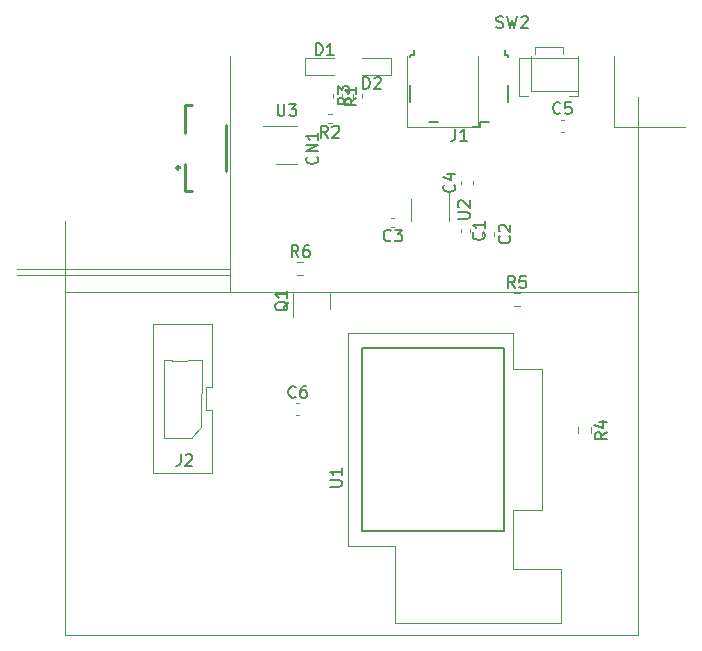
<source format=gbr>
G04 #@! TF.GenerationSoftware,KiCad,Pcbnew,(5.1.8-0-10_14)*
G04 #@! TF.CreationDate,2021-02-03T00:58:45+08:00*
G04 #@! TF.ProjectId,mops-out,6d6f7073-2d6f-4757-942e-6b696361645f,rev?*
G04 #@! TF.SameCoordinates,Original*
G04 #@! TF.FileFunction,Legend,Top*
G04 #@! TF.FilePolarity,Positive*
%FSLAX46Y46*%
G04 Gerber Fmt 4.6, Leading zero omitted, Abs format (unit mm)*
G04 Created by KiCad (PCBNEW (5.1.8-0-10_14)) date 2021-02-03 00:58:45*
%MOMM*%
%LPD*%
G01*
G04 APERTURE LIST*
%ADD10C,0.120000*%
%ADD11C,0.050000*%
%ADD12C,0.150000*%
%ADD13C,0.254000*%
%ADD14C,0.100076*%
%ADD15C,0.150114*%
%ADD16C,0.100000*%
G04 APERTURE END LIST*
D10*
X104000000Y-96000000D02*
X104000000Y-61000000D01*
X104000000Y-96000000D02*
X152500000Y-96000000D01*
X152500000Y-96000000D02*
X152500000Y-50500000D01*
X104000000Y-67000000D02*
X152500000Y-67000000D01*
X118000000Y-67000000D02*
X118000000Y-47000000D01*
X100000000Y-65000000D02*
X118000000Y-65000000D01*
X100000000Y-65500000D02*
X118000000Y-65500000D01*
D11*
X133000000Y-47000000D02*
X133000000Y-53000000D01*
X133000000Y-53000000D02*
X139000000Y-53000000D01*
X139000000Y-53000000D02*
X139000000Y-47000000D01*
X147500000Y-47000000D02*
X147500000Y-50000000D01*
X147500000Y-50000000D02*
X143500000Y-50000000D01*
X143500000Y-50000000D02*
X143500000Y-47000000D01*
X150500000Y-47000000D02*
X150500000Y-53000000D01*
X156500000Y-53000000D02*
X150500000Y-53000000D01*
D12*
X135600000Y-52600000D02*
X134875000Y-52600000D01*
X139200000Y-52600000D02*
X139925000Y-52600000D01*
X139200000Y-53025000D02*
X139200000Y-52600000D01*
X138475000Y-53025000D02*
X139200000Y-53025000D01*
X133250000Y-49450000D02*
X133250000Y-50850000D01*
X133250000Y-46900000D02*
X133250000Y-47050000D01*
X133550000Y-46900000D02*
X133250000Y-46900000D01*
X133550000Y-46450000D02*
X133550000Y-46900000D01*
X141250000Y-46900000D02*
X141250000Y-46450000D01*
X141550000Y-46900000D02*
X141250000Y-46900000D01*
X141550000Y-47050000D02*
X141550000Y-46900000D01*
X141550000Y-50850000D02*
X141550000Y-49450000D01*
D10*
X123705276Y-64477500D02*
X124214724Y-64477500D01*
X123705276Y-65522500D02*
X124214724Y-65522500D01*
X142025276Y-67097500D02*
X142534724Y-67097500D01*
X142025276Y-68142500D02*
X142534724Y-68142500D01*
X148522500Y-78425276D02*
X148522500Y-78934724D01*
X147477500Y-78425276D02*
X147477500Y-78934724D01*
X128450000Y-50527621D02*
X128450000Y-50192379D01*
X129210000Y-50527621D02*
X129210000Y-50192379D01*
X126617621Y-52670000D02*
X126282379Y-52670000D01*
X126617621Y-51910000D02*
X126282379Y-51910000D01*
X127460000Y-50222379D02*
X127460000Y-50557621D01*
X126700000Y-50222379D02*
X126700000Y-50557621D01*
X126470000Y-66950000D02*
X125540000Y-66950000D01*
X123310000Y-66950000D02*
X124240000Y-66950000D01*
X123310000Y-66950000D02*
X123310000Y-69110000D01*
X126470000Y-66950000D02*
X126470000Y-68410000D01*
X129200000Y-48635000D02*
X131660000Y-48635000D01*
X131660000Y-48635000D02*
X131660000Y-47165000D01*
X131660000Y-47165000D02*
X129200000Y-47165000D01*
X126800000Y-47165000D02*
X124340000Y-47165000D01*
X124340000Y-47165000D02*
X124340000Y-48635000D01*
X124340000Y-48635000D02*
X126800000Y-48635000D01*
X123583733Y-76400000D02*
X123876267Y-76400000D01*
X123583733Y-77420000D02*
X123876267Y-77420000D01*
X145993733Y-52380000D02*
X146286267Y-52380000D01*
X145993733Y-53400000D02*
X146286267Y-53400000D01*
X137530000Y-57856267D02*
X137530000Y-57563733D01*
X138550000Y-57856267D02*
X138550000Y-57563733D01*
X131903335Y-61440000D02*
X131671665Y-61440000D01*
X131903335Y-60720000D02*
X131671665Y-60720000D01*
X140370000Y-61913733D02*
X140370000Y-62206267D01*
X139350000Y-61913733D02*
X139350000Y-62206267D01*
X138300000Y-61654165D02*
X138300000Y-61885835D01*
X137580000Y-61654165D02*
X137580000Y-61885835D01*
D13*
X114201645Y-56146083D02*
X114201645Y-58444809D01*
X114201645Y-58444809D02*
X114787674Y-58444809D01*
X117658610Y-56767367D02*
X117658610Y-52872684D01*
X114787674Y-51137025D02*
X114201645Y-51137025D01*
X114201645Y-51214165D02*
X114201645Y-53493993D01*
X113742667Y-56445041D02*
G75*
G03*
X113742667Y-56445041I-141478J0D01*
G01*
D10*
X133320000Y-59130000D02*
X133320000Y-60930000D01*
X136540000Y-60930000D02*
X136540000Y-58480000D01*
X121900000Y-56130000D02*
X123700000Y-56130000D01*
X123700000Y-52910000D02*
X120750000Y-52910000D01*
D14*
X141949952Y-90465106D02*
X146050020Y-90465106D01*
X146050020Y-90465106D02*
X146050020Y-94964970D01*
X146050020Y-94964970D02*
X131949972Y-94964970D01*
X131949972Y-94964970D02*
X131949972Y-88465110D01*
X131949972Y-88465110D02*
X127949980Y-88465110D01*
X127949980Y-88465110D02*
X127949980Y-70465146D01*
X127949980Y-70465146D02*
X141949952Y-70465146D01*
X141949952Y-70465146D02*
X141949952Y-73465140D01*
X141949952Y-73465140D02*
X144450074Y-73465140D01*
X144450074Y-73465140D02*
X144450074Y-85465116D01*
X144450074Y-85465116D02*
X141949952Y-85465116D01*
X141949952Y-85465116D02*
X141949952Y-90465106D01*
D15*
X129199914Y-87214922D02*
X129199914Y-71715080D01*
X129199914Y-71715080D02*
X141199890Y-71715080D01*
X141199890Y-71715080D02*
X141199890Y-87214922D01*
X141199890Y-87214922D02*
X129199914Y-87214922D01*
D10*
X115580000Y-78450000D02*
X114810000Y-79280000D01*
X115580000Y-78440000D02*
X115620000Y-72775000D01*
X113092470Y-72775000D02*
X112450000Y-72775000D01*
X115620000Y-72775000D02*
X113070000Y-72780000D01*
X112450000Y-77915000D02*
X112450000Y-72775000D01*
X112450000Y-78510000D02*
X112450000Y-77915000D01*
X112450000Y-79310000D02*
X112450000Y-78550000D01*
X114780000Y-79310000D02*
X112450000Y-79310000D01*
X116500000Y-82325000D02*
X111500000Y-82325000D01*
X111500000Y-82325000D02*
X111500000Y-69675000D01*
X111500000Y-69675000D02*
X116500000Y-69675000D01*
X116500000Y-69675000D02*
X116500000Y-75000000D01*
X116500000Y-75000000D02*
X116000000Y-75000000D01*
X116000000Y-75000000D02*
X116000000Y-77000000D01*
X116000000Y-77000000D02*
X116500000Y-77000000D01*
X116500000Y-77000000D02*
X116500000Y-82325000D01*
D16*
X146698752Y-50359712D02*
X147498598Y-50359712D01*
X147498598Y-50359712D02*
X147498598Y-47159566D01*
X147498598Y-47159566D02*
X142498608Y-47159566D01*
X142498608Y-47159566D02*
X142498608Y-50359712D01*
X142498608Y-50359712D02*
X143198632Y-50359712D01*
X146198626Y-46859592D02*
X146198626Y-46259644D01*
X146198626Y-46259644D02*
X143798834Y-46259644D01*
X143798834Y-46259644D02*
X143798834Y-46859592D01*
D12*
X137066666Y-53152380D02*
X137066666Y-53866666D01*
X137019047Y-54009523D01*
X136923809Y-54104761D01*
X136780952Y-54152380D01*
X136685714Y-54152380D01*
X138066666Y-54152380D02*
X137495238Y-54152380D01*
X137780952Y-54152380D02*
X137780952Y-53152380D01*
X137685714Y-53295238D01*
X137590476Y-53390476D01*
X137495238Y-53438095D01*
X123793333Y-64022380D02*
X123460000Y-63546190D01*
X123221904Y-64022380D02*
X123221904Y-63022380D01*
X123602857Y-63022380D01*
X123698095Y-63070000D01*
X123745714Y-63117619D01*
X123793333Y-63212857D01*
X123793333Y-63355714D01*
X123745714Y-63450952D01*
X123698095Y-63498571D01*
X123602857Y-63546190D01*
X123221904Y-63546190D01*
X124650476Y-63022380D02*
X124460000Y-63022380D01*
X124364761Y-63070000D01*
X124317142Y-63117619D01*
X124221904Y-63260476D01*
X124174285Y-63450952D01*
X124174285Y-63831904D01*
X124221904Y-63927142D01*
X124269523Y-63974761D01*
X124364761Y-64022380D01*
X124555238Y-64022380D01*
X124650476Y-63974761D01*
X124698095Y-63927142D01*
X124745714Y-63831904D01*
X124745714Y-63593809D01*
X124698095Y-63498571D01*
X124650476Y-63450952D01*
X124555238Y-63403333D01*
X124364761Y-63403333D01*
X124269523Y-63450952D01*
X124221904Y-63498571D01*
X124174285Y-63593809D01*
X142113333Y-66642380D02*
X141780000Y-66166190D01*
X141541904Y-66642380D02*
X141541904Y-65642380D01*
X141922857Y-65642380D01*
X142018095Y-65690000D01*
X142065714Y-65737619D01*
X142113333Y-65832857D01*
X142113333Y-65975714D01*
X142065714Y-66070952D01*
X142018095Y-66118571D01*
X141922857Y-66166190D01*
X141541904Y-66166190D01*
X143018095Y-65642380D02*
X142541904Y-65642380D01*
X142494285Y-66118571D01*
X142541904Y-66070952D01*
X142637142Y-66023333D01*
X142875238Y-66023333D01*
X142970476Y-66070952D01*
X143018095Y-66118571D01*
X143065714Y-66213809D01*
X143065714Y-66451904D01*
X143018095Y-66547142D01*
X142970476Y-66594761D01*
X142875238Y-66642380D01*
X142637142Y-66642380D01*
X142541904Y-66594761D01*
X142494285Y-66547142D01*
X149882380Y-78846666D02*
X149406190Y-79180000D01*
X149882380Y-79418095D02*
X148882380Y-79418095D01*
X148882380Y-79037142D01*
X148930000Y-78941904D01*
X148977619Y-78894285D01*
X149072857Y-78846666D01*
X149215714Y-78846666D01*
X149310952Y-78894285D01*
X149358571Y-78941904D01*
X149406190Y-79037142D01*
X149406190Y-79418095D01*
X149215714Y-77989523D02*
X149882380Y-77989523D01*
X148834761Y-78227619D02*
X149549047Y-78465714D01*
X149549047Y-77846666D01*
X128112380Y-50526666D02*
X127636190Y-50860000D01*
X128112380Y-51098095D02*
X127112380Y-51098095D01*
X127112380Y-50717142D01*
X127160000Y-50621904D01*
X127207619Y-50574285D01*
X127302857Y-50526666D01*
X127445714Y-50526666D01*
X127540952Y-50574285D01*
X127588571Y-50621904D01*
X127636190Y-50717142D01*
X127636190Y-51098095D01*
X127112380Y-50193333D02*
X127112380Y-49574285D01*
X127493333Y-49907619D01*
X127493333Y-49764761D01*
X127540952Y-49669523D01*
X127588571Y-49621904D01*
X127683809Y-49574285D01*
X127921904Y-49574285D01*
X128017142Y-49621904D01*
X128064761Y-49669523D01*
X128112380Y-49764761D01*
X128112380Y-50050476D01*
X128064761Y-50145714D01*
X128017142Y-50193333D01*
X126283333Y-53912380D02*
X125950000Y-53436190D01*
X125711904Y-53912380D02*
X125711904Y-52912380D01*
X126092857Y-52912380D01*
X126188095Y-52960000D01*
X126235714Y-53007619D01*
X126283333Y-53102857D01*
X126283333Y-53245714D01*
X126235714Y-53340952D01*
X126188095Y-53388571D01*
X126092857Y-53436190D01*
X125711904Y-53436190D01*
X126664285Y-53007619D02*
X126711904Y-52960000D01*
X126807142Y-52912380D01*
X127045238Y-52912380D01*
X127140476Y-52960000D01*
X127188095Y-53007619D01*
X127235714Y-53102857D01*
X127235714Y-53198095D01*
X127188095Y-53340952D01*
X126616666Y-53912380D01*
X127235714Y-53912380D01*
X128702380Y-50556666D02*
X128226190Y-50890000D01*
X128702380Y-51128095D02*
X127702380Y-51128095D01*
X127702380Y-50747142D01*
X127750000Y-50651904D01*
X127797619Y-50604285D01*
X127892857Y-50556666D01*
X128035714Y-50556666D01*
X128130952Y-50604285D01*
X128178571Y-50651904D01*
X128226190Y-50747142D01*
X128226190Y-51128095D01*
X128702380Y-49604285D02*
X128702380Y-50175714D01*
X128702380Y-49890000D02*
X127702380Y-49890000D01*
X127845238Y-49985238D01*
X127940476Y-50080476D01*
X127988095Y-50175714D01*
X122937619Y-67805238D02*
X122890000Y-67900476D01*
X122794761Y-67995714D01*
X122651904Y-68138571D01*
X122604285Y-68233809D01*
X122604285Y-68329047D01*
X122842380Y-68281428D02*
X122794761Y-68376666D01*
X122699523Y-68471904D01*
X122509047Y-68519523D01*
X122175714Y-68519523D01*
X121985238Y-68471904D01*
X121890000Y-68376666D01*
X121842380Y-68281428D01*
X121842380Y-68090952D01*
X121890000Y-67995714D01*
X121985238Y-67900476D01*
X122175714Y-67852857D01*
X122509047Y-67852857D01*
X122699523Y-67900476D01*
X122794761Y-67995714D01*
X122842380Y-68090952D01*
X122842380Y-68281428D01*
X122842380Y-66900476D02*
X122842380Y-67471904D01*
X122842380Y-67186190D02*
X121842380Y-67186190D01*
X121985238Y-67281428D01*
X122080476Y-67376666D01*
X122128095Y-67471904D01*
X129261904Y-49782380D02*
X129261904Y-48782380D01*
X129500000Y-48782380D01*
X129642857Y-48830000D01*
X129738095Y-48925238D01*
X129785714Y-49020476D01*
X129833333Y-49210952D01*
X129833333Y-49353809D01*
X129785714Y-49544285D01*
X129738095Y-49639523D01*
X129642857Y-49734761D01*
X129500000Y-49782380D01*
X129261904Y-49782380D01*
X130214285Y-48877619D02*
X130261904Y-48830000D01*
X130357142Y-48782380D01*
X130595238Y-48782380D01*
X130690476Y-48830000D01*
X130738095Y-48877619D01*
X130785714Y-48972857D01*
X130785714Y-49068095D01*
X130738095Y-49210952D01*
X130166666Y-49782380D01*
X130785714Y-49782380D01*
X125261904Y-46922380D02*
X125261904Y-45922380D01*
X125500000Y-45922380D01*
X125642857Y-45970000D01*
X125738095Y-46065238D01*
X125785714Y-46160476D01*
X125833333Y-46350952D01*
X125833333Y-46493809D01*
X125785714Y-46684285D01*
X125738095Y-46779523D01*
X125642857Y-46874761D01*
X125500000Y-46922380D01*
X125261904Y-46922380D01*
X126785714Y-46922380D02*
X126214285Y-46922380D01*
X126500000Y-46922380D02*
X126500000Y-45922380D01*
X126404761Y-46065238D01*
X126309523Y-46160476D01*
X126214285Y-46208095D01*
X123563333Y-75837142D02*
X123515714Y-75884761D01*
X123372857Y-75932380D01*
X123277619Y-75932380D01*
X123134761Y-75884761D01*
X123039523Y-75789523D01*
X122991904Y-75694285D01*
X122944285Y-75503809D01*
X122944285Y-75360952D01*
X122991904Y-75170476D01*
X123039523Y-75075238D01*
X123134761Y-74980000D01*
X123277619Y-74932380D01*
X123372857Y-74932380D01*
X123515714Y-74980000D01*
X123563333Y-75027619D01*
X124420476Y-74932380D02*
X124230000Y-74932380D01*
X124134761Y-74980000D01*
X124087142Y-75027619D01*
X123991904Y-75170476D01*
X123944285Y-75360952D01*
X123944285Y-75741904D01*
X123991904Y-75837142D01*
X124039523Y-75884761D01*
X124134761Y-75932380D01*
X124325238Y-75932380D01*
X124420476Y-75884761D01*
X124468095Y-75837142D01*
X124515714Y-75741904D01*
X124515714Y-75503809D01*
X124468095Y-75408571D01*
X124420476Y-75360952D01*
X124325238Y-75313333D01*
X124134761Y-75313333D01*
X124039523Y-75360952D01*
X123991904Y-75408571D01*
X123944285Y-75503809D01*
X145973333Y-51817142D02*
X145925714Y-51864761D01*
X145782857Y-51912380D01*
X145687619Y-51912380D01*
X145544761Y-51864761D01*
X145449523Y-51769523D01*
X145401904Y-51674285D01*
X145354285Y-51483809D01*
X145354285Y-51340952D01*
X145401904Y-51150476D01*
X145449523Y-51055238D01*
X145544761Y-50960000D01*
X145687619Y-50912380D01*
X145782857Y-50912380D01*
X145925714Y-50960000D01*
X145973333Y-51007619D01*
X146878095Y-50912380D02*
X146401904Y-50912380D01*
X146354285Y-51388571D01*
X146401904Y-51340952D01*
X146497142Y-51293333D01*
X146735238Y-51293333D01*
X146830476Y-51340952D01*
X146878095Y-51388571D01*
X146925714Y-51483809D01*
X146925714Y-51721904D01*
X146878095Y-51817142D01*
X146830476Y-51864761D01*
X146735238Y-51912380D01*
X146497142Y-51912380D01*
X146401904Y-51864761D01*
X146354285Y-51817142D01*
X136967142Y-57876666D02*
X137014761Y-57924285D01*
X137062380Y-58067142D01*
X137062380Y-58162380D01*
X137014761Y-58305238D01*
X136919523Y-58400476D01*
X136824285Y-58448095D01*
X136633809Y-58495714D01*
X136490952Y-58495714D01*
X136300476Y-58448095D01*
X136205238Y-58400476D01*
X136110000Y-58305238D01*
X136062380Y-58162380D01*
X136062380Y-58067142D01*
X136110000Y-57924285D01*
X136157619Y-57876666D01*
X136395714Y-57019523D02*
X137062380Y-57019523D01*
X136014761Y-57257619D02*
X136729047Y-57495714D01*
X136729047Y-56876666D01*
X131620833Y-62597142D02*
X131573214Y-62644761D01*
X131430357Y-62692380D01*
X131335119Y-62692380D01*
X131192261Y-62644761D01*
X131097023Y-62549523D01*
X131049404Y-62454285D01*
X131001785Y-62263809D01*
X131001785Y-62120952D01*
X131049404Y-61930476D01*
X131097023Y-61835238D01*
X131192261Y-61740000D01*
X131335119Y-61692380D01*
X131430357Y-61692380D01*
X131573214Y-61740000D01*
X131620833Y-61787619D01*
X131954166Y-61692380D02*
X132573214Y-61692380D01*
X132239880Y-62073333D01*
X132382738Y-62073333D01*
X132477976Y-62120952D01*
X132525595Y-62168571D01*
X132573214Y-62263809D01*
X132573214Y-62501904D01*
X132525595Y-62597142D01*
X132477976Y-62644761D01*
X132382738Y-62692380D01*
X132097023Y-62692380D01*
X132001785Y-62644761D01*
X131954166Y-62597142D01*
X141647142Y-62226666D02*
X141694761Y-62274285D01*
X141742380Y-62417142D01*
X141742380Y-62512380D01*
X141694761Y-62655238D01*
X141599523Y-62750476D01*
X141504285Y-62798095D01*
X141313809Y-62845714D01*
X141170952Y-62845714D01*
X140980476Y-62798095D01*
X140885238Y-62750476D01*
X140790000Y-62655238D01*
X140742380Y-62512380D01*
X140742380Y-62417142D01*
X140790000Y-62274285D01*
X140837619Y-62226666D01*
X140837619Y-61845714D02*
X140790000Y-61798095D01*
X140742380Y-61702857D01*
X140742380Y-61464761D01*
X140790000Y-61369523D01*
X140837619Y-61321904D01*
X140932857Y-61274285D01*
X141028095Y-61274285D01*
X141170952Y-61321904D01*
X141742380Y-61893333D01*
X141742380Y-61274285D01*
X139457142Y-61936666D02*
X139504761Y-61984285D01*
X139552380Y-62127142D01*
X139552380Y-62222380D01*
X139504761Y-62365238D01*
X139409523Y-62460476D01*
X139314285Y-62508095D01*
X139123809Y-62555714D01*
X138980952Y-62555714D01*
X138790476Y-62508095D01*
X138695238Y-62460476D01*
X138600000Y-62365238D01*
X138552380Y-62222380D01*
X138552380Y-62127142D01*
X138600000Y-61984285D01*
X138647619Y-61936666D01*
X139552380Y-60984285D02*
X139552380Y-61555714D01*
X139552380Y-61270000D02*
X138552380Y-61270000D01*
X138695238Y-61365238D01*
X138790476Y-61460476D01*
X138838095Y-61555714D01*
X125367142Y-55510476D02*
X125414761Y-55558095D01*
X125462380Y-55700952D01*
X125462380Y-55796190D01*
X125414761Y-55939047D01*
X125319523Y-56034285D01*
X125224285Y-56081904D01*
X125033809Y-56129523D01*
X124890952Y-56129523D01*
X124700476Y-56081904D01*
X124605238Y-56034285D01*
X124510000Y-55939047D01*
X124462380Y-55796190D01*
X124462380Y-55700952D01*
X124510000Y-55558095D01*
X124557619Y-55510476D01*
X125462380Y-55081904D02*
X124462380Y-55081904D01*
X125462380Y-54510476D01*
X124462380Y-54510476D01*
X125462380Y-53510476D02*
X125462380Y-54081904D01*
X125462380Y-53796190D02*
X124462380Y-53796190D01*
X124605238Y-53891428D01*
X124700476Y-53986666D01*
X124748095Y-54081904D01*
X137282380Y-60791904D02*
X138091904Y-60791904D01*
X138187142Y-60744285D01*
X138234761Y-60696666D01*
X138282380Y-60601428D01*
X138282380Y-60410952D01*
X138234761Y-60315714D01*
X138187142Y-60268095D01*
X138091904Y-60220476D01*
X137282380Y-60220476D01*
X137377619Y-59791904D02*
X137330000Y-59744285D01*
X137282380Y-59649047D01*
X137282380Y-59410952D01*
X137330000Y-59315714D01*
X137377619Y-59268095D01*
X137472857Y-59220476D01*
X137568095Y-59220476D01*
X137710952Y-59268095D01*
X138282380Y-59839523D01*
X138282380Y-59220476D01*
X122038095Y-51072380D02*
X122038095Y-51881904D01*
X122085714Y-51977142D01*
X122133333Y-52024761D01*
X122228571Y-52072380D01*
X122419047Y-52072380D01*
X122514285Y-52024761D01*
X122561904Y-51977142D01*
X122609523Y-51881904D01*
X122609523Y-51072380D01*
X122990476Y-51072380D02*
X123609523Y-51072380D01*
X123276190Y-51453333D01*
X123419047Y-51453333D01*
X123514285Y-51500952D01*
X123561904Y-51548571D01*
X123609523Y-51643809D01*
X123609523Y-51881904D01*
X123561904Y-51977142D01*
X123514285Y-52024761D01*
X123419047Y-52072380D01*
X123133333Y-52072380D01*
X123038095Y-52024761D01*
X122990476Y-51977142D01*
X126452380Y-83476962D02*
X127261904Y-83476962D01*
X127357142Y-83429343D01*
X127404761Y-83381724D01*
X127452380Y-83286486D01*
X127452380Y-83096010D01*
X127404761Y-83000772D01*
X127357142Y-82953153D01*
X127261904Y-82905534D01*
X126452380Y-82905534D01*
X127452380Y-81905534D02*
X127452380Y-82476962D01*
X127452380Y-82191248D02*
X126452380Y-82191248D01*
X126595238Y-82286486D01*
X126690476Y-82381724D01*
X126738095Y-82476962D01*
X113816666Y-80692380D02*
X113816666Y-81406666D01*
X113769047Y-81549523D01*
X113673809Y-81644761D01*
X113530952Y-81692380D01*
X113435714Y-81692380D01*
X114245238Y-80787619D02*
X114292857Y-80740000D01*
X114388095Y-80692380D01*
X114626190Y-80692380D01*
X114721428Y-80740000D01*
X114769047Y-80787619D01*
X114816666Y-80882857D01*
X114816666Y-80978095D01*
X114769047Y-81120952D01*
X114197619Y-81692380D01*
X114816666Y-81692380D01*
X140552559Y-44580396D02*
X140695416Y-44628015D01*
X140933512Y-44628015D01*
X141028750Y-44580396D01*
X141076369Y-44532777D01*
X141123988Y-44437539D01*
X141123988Y-44342301D01*
X141076369Y-44247063D01*
X141028750Y-44199444D01*
X140933512Y-44151825D01*
X140743035Y-44104206D01*
X140647797Y-44056587D01*
X140600178Y-44008968D01*
X140552559Y-43913730D01*
X140552559Y-43818492D01*
X140600178Y-43723254D01*
X140647797Y-43675635D01*
X140743035Y-43628015D01*
X140981131Y-43628015D01*
X141123988Y-43675635D01*
X141457321Y-43628015D02*
X141695416Y-44628015D01*
X141885893Y-43913730D01*
X142076369Y-44628015D01*
X142314464Y-43628015D01*
X142647797Y-43723254D02*
X142695416Y-43675635D01*
X142790654Y-43628015D01*
X143028750Y-43628015D01*
X143123988Y-43675635D01*
X143171607Y-43723254D01*
X143219226Y-43818492D01*
X143219226Y-43913730D01*
X143171607Y-44056587D01*
X142600178Y-44628015D01*
X143219226Y-44628015D01*
M02*

</source>
